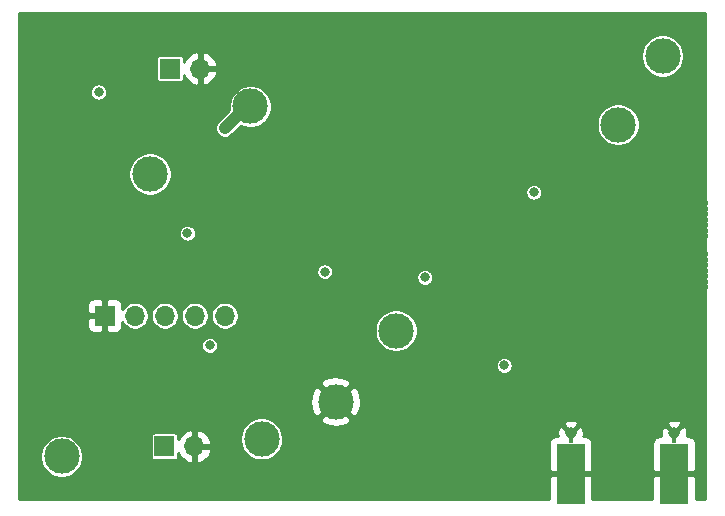
<source format=gbr>
%TF.GenerationSoftware,KiCad,Pcbnew,(5.1.8)-1*%
%TF.CreationDate,2021-01-15T16:44:41+01:00*%
%TF.ProjectId,Ka-band-Mixer,4b612d62-616e-4642-9d4d-697865722e6b,rev?*%
%TF.SameCoordinates,Original*%
%TF.FileFunction,Copper,L4,Bot*%
%TF.FilePolarity,Positive*%
%FSLAX46Y46*%
G04 Gerber Fmt 4.6, Leading zero omitted, Abs format (unit mm)*
G04 Created by KiCad (PCBNEW (5.1.8)-1) date 2021-01-15 16:44:41*
%MOMM*%
%LPD*%
G01*
G04 APERTURE LIST*
%TA.AperFunction,ComponentPad*%
%ADD10C,0.600000*%
%TD*%
%TA.AperFunction,ComponentPad*%
%ADD11C,2.200000*%
%TD*%
%TA.AperFunction,ComponentPad*%
%ADD12C,0.500000*%
%TD*%
%TA.AperFunction,SMDPad,CuDef*%
%ADD13R,2.700000X2.700000*%
%TD*%
%TA.AperFunction,ComponentPad*%
%ADD14C,3.000000*%
%TD*%
%TA.AperFunction,SMDPad,CuDef*%
%ADD15R,0.460000X0.950000*%
%TD*%
%TA.AperFunction,ComponentPad*%
%ADD16C,0.970000*%
%TD*%
%TA.AperFunction,SMDPad,CuDef*%
%ADD17R,2.420000X5.080000*%
%TD*%
%TA.AperFunction,ComponentPad*%
%ADD18C,0.800000*%
%TD*%
%TA.AperFunction,ComponentPad*%
%ADD19O,1.700000X1.700000*%
%TD*%
%TA.AperFunction,ComponentPad*%
%ADD20R,1.700000X1.700000*%
%TD*%
%TA.AperFunction,ViaPad*%
%ADD21C,3.000000*%
%TD*%
%TA.AperFunction,ViaPad*%
%ADD22C,0.800000*%
%TD*%
%TA.AperFunction,ViaPad*%
%ADD23C,0.600000*%
%TD*%
%TA.AperFunction,ViaPad*%
%ADD24C,0.500000*%
%TD*%
%TA.AperFunction,Conductor*%
%ADD25C,1.000000*%
%TD*%
%TA.AperFunction,Conductor*%
%ADD26C,0.440000*%
%TD*%
%TA.AperFunction,Conductor*%
%ADD27C,0.254000*%
%TD*%
%TA.AperFunction,Conductor*%
%ADD28C,0.100000*%
%TD*%
G04 APERTURE END LIST*
D10*
%TO.P,J4,2*%
%TO.N,0*%
X143010000Y-98745001D03*
X143010000Y-99215001D03*
X143480000Y-98745001D03*
X143480000Y-99215001D03*
X143950000Y-98745001D03*
X143950000Y-99215001D03*
X144420000Y-98745001D03*
X144420000Y-99215001D03*
X144890000Y-98745001D03*
X144890000Y-99215001D03*
X145360000Y-98745001D03*
X145360000Y-99215001D03*
X145830000Y-98275001D03*
X145830000Y-98745001D03*
X145830000Y-99215001D03*
X146300000Y-97805001D03*
X146300000Y-98275001D03*
X146300000Y-98745001D03*
X146300000Y-99215001D03*
X146770000Y-97335001D03*
X146770000Y-97805001D03*
X146770000Y-98275001D03*
X146770000Y-98745001D03*
X146770000Y-99215001D03*
X147240000Y-96865001D03*
X147240000Y-97335001D03*
X147240000Y-97805001D03*
X147240000Y-98275001D03*
X147240000Y-98745001D03*
X147240000Y-99215001D03*
X147710000Y-99215001D03*
X147710000Y-98745001D03*
X147710000Y-98275001D03*
X147710000Y-97805001D03*
X147710000Y-97335001D03*
X147710000Y-96865001D03*
X143010000Y-100710001D03*
X143010000Y-101180001D03*
X143480000Y-100710001D03*
X143480000Y-101180001D03*
X143950000Y-100710001D03*
X143950000Y-101180001D03*
X144420000Y-100710001D03*
X144420000Y-101180001D03*
X144890000Y-100710001D03*
X144890000Y-101180001D03*
X145360000Y-100710001D03*
X145360000Y-101180001D03*
X145830000Y-100710001D03*
X145830000Y-101180001D03*
X145830000Y-101650001D03*
X146300000Y-100710001D03*
X146300000Y-101180001D03*
X146300000Y-101650001D03*
X146300000Y-102120001D03*
X146770000Y-100710001D03*
X146770000Y-101180001D03*
X146770000Y-101650001D03*
X146770000Y-102120001D03*
X146770000Y-102590001D03*
X147240000Y-100710001D03*
X147240000Y-101180001D03*
X147240000Y-101650001D03*
X147240000Y-102120001D03*
X147240000Y-102590001D03*
X147240000Y-103060001D03*
X147710000Y-100710001D03*
X147710000Y-101180001D03*
X147710000Y-101650001D03*
X147710000Y-102120001D03*
X147710000Y-102590001D03*
X147710000Y-103060001D03*
X147710000Y-103530001D03*
X147710000Y-96395001D03*
D11*
X145530000Y-95205001D03*
X145530000Y-104720001D03*
%TD*%
D12*
%TO.P,U6,11*%
%TO.N,0*%
X134735000Y-101715000D03*
X133235000Y-101715000D03*
X132735000Y-101215000D03*
X133735000Y-101215000D03*
X134735000Y-101215000D03*
X135235000Y-100715000D03*
X134235000Y-100715000D03*
X133235000Y-100715000D03*
X132735000Y-100215000D03*
X133735000Y-100215000D03*
X134735000Y-100215000D03*
X134235000Y-99715000D03*
X133235000Y-99715000D03*
X134735000Y-99215000D03*
X135235000Y-99215000D03*
X133735000Y-99215000D03*
X132735000Y-99215000D03*
X132735000Y-98715000D03*
D13*
X133735000Y-100215000D03*
%TD*%
D14*
%TO.P,TP2,1*%
%TO.N,0*%
X116450000Y-113200000D03*
%TD*%
D15*
%TO.P,J5,2*%
%TO.N,0*%
X145108440Y-116320420D03*
X136348440Y-116320420D03*
D16*
X145108440Y-115870420D03*
X136348440Y-115870420D03*
D17*
X145108440Y-119310420D03*
X136348440Y-119310420D03*
%TD*%
D12*
%TO.P,U7,13*%
%TO.N,0*%
X141230000Y-99460000D03*
X141230000Y-100460000D03*
X140230000Y-100460000D03*
X140230000Y-99460000D03*
X141580000Y-99110000D03*
X141580000Y-100810000D03*
X139880000Y-100810000D03*
X139880000Y-99110000D03*
X141230000Y-99960000D03*
X140730000Y-100460000D03*
X140730000Y-99460000D03*
X140230000Y-99960000D03*
X140730000Y-99960000D03*
%TD*%
D18*
%TO.P,U1,1*%
%TO.N,0*%
X109585000Y-100195000D03*
X109585000Y-97695000D03*
X107085000Y-97695000D03*
X107085000Y-100195000D03*
X107085000Y-98945000D03*
X108335000Y-97695000D03*
X109585000Y-98945000D03*
X108335000Y-100195000D03*
X108335000Y-98945000D03*
%TD*%
D14*
%TO.P,TP6,1*%
%TO.N,+3V3*%
X109235000Y-88215000D03*
%TD*%
%TO.P,TP5,1*%
%TO.N,+5VD*%
X121574560Y-107199080D03*
%TD*%
%TO.P,TP4,1*%
%TO.N,+5VA*%
X140370000Y-89760000D03*
%TD*%
%TO.P,TP3,1*%
%TO.N,+9V*%
X110180120Y-116363400D03*
%TD*%
%TO.P,TP1,1*%
%TO.N,Net-(R2-Pad1)*%
X100736400Y-93935200D03*
%TD*%
D19*
%TO.P,J1,5*%
%TO.N,Net-(J1-Pad5)*%
X107065000Y-105930000D03*
%TO.P,J1,4*%
%TO.N,Net-(J1-Pad4)*%
X104525000Y-105930000D03*
%TO.P,J1,3*%
%TO.N,Net-(J1-Pad3)*%
X101985000Y-105930000D03*
%TO.P,J1,2*%
%TO.N,Net-(J1-Pad2)*%
X99445000Y-105930000D03*
D20*
%TO.P,J1,1*%
%TO.N,0*%
X96905000Y-105930000D03*
%TD*%
D19*
%TO.P,J2,2*%
%TO.N,0*%
X104500000Y-116995000D03*
D20*
%TO.P,J2,1*%
%TO.N,+12V*%
X101960000Y-116995000D03*
%TD*%
D19*
%TO.P,J3,2*%
%TO.N,0*%
X104978200Y-85005600D03*
D20*
%TO.P,J3,1*%
%TO.N,+6V*%
X102438200Y-85005600D03*
%TD*%
D21*
%TO.N,*%
X144130000Y-83940000D03*
X93250000Y-117850000D03*
D22*
%TO.N,+3V3*%
X115535000Y-102215000D03*
X107065000Y-90055000D03*
X103890000Y-98945000D03*
X105795000Y-108455000D03*
%TO.N,CPout*%
X133235000Y-95480001D03*
X124010000Y-102680001D03*
%TO.N,0*%
X113010000Y-92680001D03*
D23*
X142760000Y-101680001D03*
X140670000Y-97800000D03*
X141140000Y-97800000D03*
D22*
X145108440Y-119080000D03*
X136348440Y-119080000D03*
D23*
X138790000Y-100705001D03*
X138790000Y-99210000D03*
X130100000Y-98760000D03*
X129630000Y-98760000D03*
X129160000Y-98760000D03*
D24*
X136085000Y-103250000D03*
X135285000Y-104000000D03*
D23*
X136900000Y-99210000D03*
X136910000Y-100705001D03*
X137380000Y-100705001D03*
X136910000Y-101175001D03*
X137380000Y-101175001D03*
X137850000Y-101175001D03*
X137850000Y-100705001D03*
X137840000Y-99210000D03*
X137370000Y-99210000D03*
X137840000Y-98740000D03*
X137370000Y-98740000D03*
X136900000Y-98740000D03*
X138320000Y-101175001D03*
X138320000Y-100705001D03*
X138310000Y-99210000D03*
X138310000Y-98740000D03*
X138790000Y-101175001D03*
X138790000Y-98740000D03*
X140000000Y-102450000D03*
X140000000Y-102920000D03*
X140000000Y-103390000D03*
X140000000Y-103860000D03*
X140000000Y-104330000D03*
X140000000Y-104800000D03*
X140000000Y-105270000D03*
X140000000Y-105740000D03*
X140000000Y-106210000D03*
X140000000Y-106680000D03*
X140000000Y-107620000D03*
X140000000Y-106680000D03*
X140000000Y-107150000D03*
X140000000Y-108090000D03*
X140000000Y-109030000D03*
X140000000Y-108560000D03*
X140000000Y-109500000D03*
X140000000Y-109970000D03*
X140000000Y-110440000D03*
X140000000Y-110910000D03*
X140000000Y-111380000D03*
X140000000Y-111850000D03*
X140000000Y-112320000D03*
X140000000Y-112790000D03*
X140000000Y-113260000D03*
X140000000Y-113730000D03*
X140000000Y-114200000D03*
X140000000Y-114670000D03*
X140000000Y-115610000D03*
X140000000Y-115140000D03*
X140000000Y-116080000D03*
X139530000Y-116080000D03*
X139530000Y-115610000D03*
X139530000Y-115140000D03*
X139530000Y-114670000D03*
X139530000Y-114200000D03*
X139530000Y-113260000D03*
X139530000Y-113730000D03*
X139530000Y-112790000D03*
X139530000Y-112320000D03*
X139530000Y-111850000D03*
X139530000Y-111380000D03*
X139530000Y-110910000D03*
X139530000Y-110440000D03*
X139530000Y-109500000D03*
X139530000Y-109970000D03*
X139530000Y-109030000D03*
X139530000Y-108560000D03*
X139530000Y-108090000D03*
X139530000Y-107620000D03*
X139530000Y-107150000D03*
X139530000Y-106680000D03*
X139530000Y-106210000D03*
X139530000Y-105740000D03*
X139530000Y-105270000D03*
X139530000Y-104800000D03*
X139530000Y-103860000D03*
X139530000Y-104330000D03*
X139530000Y-103390000D03*
X139530000Y-102920000D03*
X139530000Y-102450000D03*
X141460000Y-102450000D03*
X141930000Y-102450000D03*
X141460000Y-102920000D03*
X141460000Y-103390000D03*
X141460000Y-103860000D03*
X141460000Y-104330000D03*
X141460000Y-116080000D03*
X141930000Y-116080000D03*
X141460000Y-115610000D03*
X141460000Y-115140000D03*
X141460000Y-114670000D03*
X141460000Y-114200000D03*
X141460000Y-113730000D03*
X141460000Y-113260000D03*
X141460000Y-112790000D03*
X141460000Y-111850000D03*
X141460000Y-112320000D03*
X141460000Y-111380000D03*
X141460000Y-110440000D03*
X141460000Y-110910000D03*
X141460000Y-109970000D03*
X141460000Y-109500000D03*
X141460000Y-109030000D03*
X141460000Y-108560000D03*
X141460000Y-107620000D03*
X141460000Y-108090000D03*
X141460000Y-106680000D03*
X141460000Y-107150000D03*
X141460000Y-106210000D03*
X141460000Y-105740000D03*
X141460000Y-105270000D03*
X141460000Y-104800000D03*
X141930000Y-102920000D03*
X141930000Y-103390000D03*
X141930000Y-103860000D03*
X141930000Y-104330000D03*
X141930000Y-104800000D03*
X141930000Y-105270000D03*
X141930000Y-105740000D03*
X141930000Y-106210000D03*
X141930000Y-106680000D03*
X141930000Y-107150000D03*
X141930000Y-108090000D03*
X141930000Y-107620000D03*
X141930000Y-108560000D03*
X141930000Y-109030000D03*
X141930000Y-109500000D03*
X141930000Y-109970000D03*
X141930000Y-110440000D03*
X141930000Y-110910000D03*
X141930000Y-111380000D03*
X141930000Y-112320000D03*
X141930000Y-111850000D03*
X141930000Y-112790000D03*
X141930000Y-113260000D03*
X141930000Y-113730000D03*
X141930000Y-114200000D03*
X141930000Y-114670000D03*
X141930000Y-115140000D03*
X141930000Y-115610000D03*
D24*
X131885000Y-103250000D03*
X132635000Y-104000000D03*
D23*
X130570000Y-98760000D03*
X130570000Y-98290000D03*
X130100000Y-98290000D03*
X129630000Y-98290000D03*
X129160000Y-98290000D03*
X128690000Y-98290000D03*
X128690000Y-97820000D03*
X128220000Y-97820000D03*
X128220000Y-97350000D03*
X127750000Y-97350000D03*
X127280000Y-97350000D03*
X126810000Y-97350000D03*
X126340000Y-97350000D03*
X125870000Y-97350000D03*
X125870000Y-97350000D03*
X125400000Y-97350000D03*
X124930000Y-97350000D03*
X124930000Y-96880000D03*
X125400000Y-96880000D03*
X125870000Y-96880000D03*
X125870000Y-96880000D03*
X126340000Y-96880000D03*
X126810000Y-96880000D03*
X127280000Y-96880000D03*
X127750000Y-96880000D03*
X123520000Y-97350000D03*
X123520000Y-96880000D03*
X123050000Y-97350000D03*
X122580000Y-97350000D03*
X122110000Y-97350000D03*
X121640000Y-97350000D03*
X121640000Y-96880000D03*
X122110000Y-96880000D03*
X122580000Y-96880000D03*
X123050000Y-96880000D03*
X121170000Y-97350000D03*
X120700000Y-97350000D03*
X121170000Y-96880000D03*
X120700000Y-96880000D03*
X120230000Y-97350000D03*
X119760000Y-97350000D03*
X120230000Y-96880000D03*
X119760000Y-96880000D03*
X119290000Y-97350000D03*
X118820000Y-97350000D03*
X118350000Y-97350000D03*
X117880000Y-97350000D03*
X117410000Y-97350000D03*
X116940000Y-97350000D03*
X116470000Y-97350000D03*
X116000000Y-97350000D03*
X116000000Y-96880000D03*
X116470000Y-96880000D03*
X116940000Y-96880000D03*
X117410000Y-96880000D03*
X117880000Y-96880000D03*
X118350000Y-96880000D03*
X118820000Y-96880000D03*
X119290000Y-96880000D03*
X115530000Y-97350000D03*
X115060000Y-97350000D03*
X114590000Y-97350000D03*
X114120000Y-97350000D03*
X113650000Y-97350000D03*
X113180000Y-97350000D03*
X113180000Y-96880000D03*
X113650000Y-96880000D03*
X114120000Y-96880000D03*
X114590000Y-96880000D03*
X115060000Y-96880000D03*
X115530000Y-96880000D03*
X112240000Y-95940000D03*
X126810000Y-98960000D03*
X127280000Y-99430000D03*
X127750000Y-99900000D03*
X128220000Y-100370000D03*
X128690000Y-100370000D03*
X129160000Y-100370000D03*
X129630000Y-100370000D03*
X129630000Y-100840000D03*
X129160000Y-100840000D03*
X128690000Y-100840000D03*
X128220000Y-100840000D03*
X127750000Y-100370000D03*
X127280000Y-99900000D03*
X126810000Y-99430000D03*
X126340000Y-98960000D03*
X126340000Y-99430000D03*
X124930000Y-98960000D03*
X124930000Y-99430000D03*
X125400000Y-99430000D03*
X125400000Y-98960000D03*
X125870000Y-98960000D03*
X125870000Y-99430000D03*
X123520000Y-98960000D03*
X123050000Y-98960000D03*
X122580000Y-98960000D03*
X122110000Y-98960000D03*
X121640000Y-98960000D03*
X121170000Y-98960000D03*
X120700000Y-98960000D03*
X120230000Y-98960000D03*
X119760000Y-98960000D03*
X119290000Y-98960000D03*
X118820000Y-99060000D03*
X118350000Y-99060000D03*
X117880000Y-99060000D03*
X117410000Y-99060000D03*
X116940000Y-99060000D03*
X116470000Y-98960000D03*
X116000000Y-98960000D03*
X113180000Y-98960000D03*
X113650000Y-98960000D03*
X114120000Y-98960000D03*
X114590000Y-98960000D03*
X115060000Y-98960000D03*
X115530000Y-98960000D03*
X113180000Y-99430000D03*
X113650000Y-99430000D03*
X114120000Y-99430000D03*
X114590000Y-99430000D03*
X115060000Y-99430000D03*
X115530000Y-99430000D03*
X116000000Y-99430000D03*
X116470000Y-99430000D03*
X116940000Y-99530000D03*
X117410000Y-99530000D03*
X117880000Y-99530000D03*
X118350000Y-99530000D03*
X118820000Y-99530000D03*
X119290000Y-99430000D03*
X120230000Y-99430000D03*
X119760000Y-99430000D03*
X120700000Y-99430000D03*
X121170000Y-99430000D03*
X121640000Y-99430000D03*
X122110000Y-99430000D03*
X122580000Y-99430000D03*
X123050000Y-99430000D03*
X123520000Y-99430000D03*
D22*
X129735000Y-94215000D03*
X121159897Y-104357741D03*
X102235000Y-111215000D03*
X131102500Y-86347500D03*
X97235000Y-93215000D03*
X124735000Y-112715000D03*
D24*
X128485000Y-102965000D03*
X129485000Y-103965000D03*
X130485000Y-102965000D03*
X131772500Y-102177500D03*
X135665000Y-95105000D03*
X136645000Y-96025000D03*
X136685000Y-97045000D03*
D22*
X111565000Y-104635000D03*
X103275000Y-99985000D03*
X104565000Y-94375000D03*
X110690000Y-95975001D03*
D23*
X139060000Y-116550000D03*
X139060000Y-117020000D03*
X139060000Y-117490000D03*
X139060000Y-117960000D03*
X139060000Y-118430000D03*
X139060000Y-118900000D03*
X139060000Y-119370000D03*
X139060000Y-119840000D03*
X139060000Y-120310000D03*
X139060000Y-120780000D03*
X139060000Y-121250000D03*
X138590000Y-121250000D03*
X138590000Y-120780000D03*
X138590000Y-120310000D03*
X138590000Y-119840000D03*
X138590000Y-119370000D03*
X138590000Y-118900000D03*
X138590000Y-118430000D03*
X138590000Y-117960000D03*
X138590000Y-117490000D03*
X138590000Y-117020000D03*
X138590000Y-116550000D03*
X139060000Y-116080000D03*
X142400000Y-116080000D03*
X142400000Y-116550000D03*
X142870000Y-116550000D03*
X142400000Y-121250000D03*
X142400000Y-120780000D03*
X142400000Y-120310000D03*
X142400000Y-119840000D03*
X142400000Y-119370000D03*
X142400000Y-118900000D03*
X142400000Y-118430000D03*
X142400000Y-117960000D03*
X142400000Y-117490000D03*
X142400000Y-117020000D03*
X142870000Y-117020000D03*
X142870000Y-117490000D03*
X142870000Y-117960000D03*
X142870000Y-118430000D03*
X142870000Y-118900000D03*
X142870000Y-119370000D03*
X142870000Y-120310000D03*
X142870000Y-119840000D03*
X142870000Y-121250000D03*
X142870000Y-120780000D03*
X139260000Y-98270000D03*
X139730000Y-97800000D03*
X140200000Y-97800000D03*
X141610000Y-97800000D03*
X142080000Y-98270000D03*
X142520000Y-98740000D03*
X138790000Y-101675001D03*
X139040000Y-102175001D03*
X142510000Y-102180001D03*
D22*
X114560000Y-100230001D03*
D24*
X112287800Y-96516040D03*
X112623080Y-96907200D03*
X112602760Y-99538640D03*
D22*
%TO.N,+6V*%
X96393000Y-86999500D03*
X130720000Y-110145000D03*
%TD*%
D25*
%TO.N,+3V3*%
X107065000Y-90055000D02*
X109392240Y-87727760D01*
D26*
%TO.N,0*%
X145108440Y-115870420D02*
X144391120Y-115153100D01*
X145108440Y-115870420D02*
X145854160Y-115124700D01*
X136348440Y-115870420D02*
X135633200Y-115155180D01*
X136348440Y-115870420D02*
X137053060Y-115165800D01*
%TD*%
D27*
%TO.N,0*%
X147753001Y-121473000D02*
X146955998Y-121473000D01*
X146953440Y-119596170D01*
X146794690Y-119437420D01*
X145235440Y-119437420D01*
X145235440Y-119457420D01*
X144981440Y-119457420D01*
X144981440Y-119437420D01*
X143422190Y-119437420D01*
X143263440Y-119596170D01*
X143260882Y-121473000D01*
X138195998Y-121473000D01*
X138193440Y-119596170D01*
X138034690Y-119437420D01*
X136475440Y-119437420D01*
X136475440Y-119457420D01*
X136221440Y-119457420D01*
X136221440Y-119437420D01*
X134662190Y-119437420D01*
X134503440Y-119596170D01*
X134500882Y-121473000D01*
X89627000Y-121473000D01*
X89627000Y-117670056D01*
X91423000Y-117670056D01*
X91423000Y-118029944D01*
X91493211Y-118382916D01*
X91630934Y-118715409D01*
X91830876Y-119014645D01*
X92085355Y-119269124D01*
X92384591Y-119469066D01*
X92717084Y-119606789D01*
X93070056Y-119677000D01*
X93429944Y-119677000D01*
X93782916Y-119606789D01*
X94115409Y-119469066D01*
X94414645Y-119269124D01*
X94669124Y-119014645D01*
X94869066Y-118715409D01*
X95006789Y-118382916D01*
X95077000Y-118029944D01*
X95077000Y-117670056D01*
X95006789Y-117317084D01*
X94869066Y-116984591D01*
X94669124Y-116685355D01*
X94414645Y-116430876D01*
X94115409Y-116230934D01*
X93907946Y-116145000D01*
X100781418Y-116145000D01*
X100781418Y-117845000D01*
X100787732Y-117909103D01*
X100806430Y-117970743D01*
X100836794Y-118027550D01*
X100877657Y-118077343D01*
X100927450Y-118118206D01*
X100984257Y-118148570D01*
X101045897Y-118167268D01*
X101110000Y-118173582D01*
X102810000Y-118173582D01*
X102874103Y-118167268D01*
X102935743Y-118148570D01*
X102992550Y-118118206D01*
X103042343Y-118077343D01*
X103083206Y-118027550D01*
X103113570Y-117970743D01*
X103132268Y-117909103D01*
X103138582Y-117845000D01*
X103138582Y-117577592D01*
X103155843Y-117626252D01*
X103304822Y-117876355D01*
X103499731Y-118092588D01*
X103733080Y-118266641D01*
X103995901Y-118391825D01*
X104143110Y-118436476D01*
X104373000Y-118315155D01*
X104373000Y-117122000D01*
X104627000Y-117122000D01*
X104627000Y-118315155D01*
X104856890Y-118436476D01*
X105004099Y-118391825D01*
X105266920Y-118266641D01*
X105500269Y-118092588D01*
X105695178Y-117876355D01*
X105844157Y-117626252D01*
X105941481Y-117351891D01*
X105820814Y-117122000D01*
X104627000Y-117122000D01*
X104373000Y-117122000D01*
X104353000Y-117122000D01*
X104353000Y-116868000D01*
X104373000Y-116868000D01*
X104373000Y-115674845D01*
X104627000Y-115674845D01*
X104627000Y-116868000D01*
X105820814Y-116868000D01*
X105941481Y-116638109D01*
X105844157Y-116363748D01*
X105736763Y-116183456D01*
X108353120Y-116183456D01*
X108353120Y-116543344D01*
X108423331Y-116896316D01*
X108561054Y-117228809D01*
X108760996Y-117528045D01*
X109015475Y-117782524D01*
X109314711Y-117982466D01*
X109647204Y-118120189D01*
X110000176Y-118190400D01*
X110360064Y-118190400D01*
X110713036Y-118120189D01*
X111045529Y-117982466D01*
X111344765Y-117782524D01*
X111599244Y-117528045D01*
X111799186Y-117228809D01*
X111936909Y-116896316D01*
X111961951Y-116770420D01*
X134500368Y-116770420D01*
X134503440Y-119024670D01*
X134662190Y-119183420D01*
X136221440Y-119183420D01*
X136221440Y-119163420D01*
X136475440Y-119163420D01*
X136475440Y-119183420D01*
X138034690Y-119183420D01*
X138193440Y-119024670D01*
X138196512Y-116770420D01*
X143260368Y-116770420D01*
X143263440Y-119024670D01*
X143422190Y-119183420D01*
X144981440Y-119183420D01*
X144981440Y-119163420D01*
X145235440Y-119163420D01*
X145235440Y-119183420D01*
X146794690Y-119183420D01*
X146953440Y-119024670D01*
X146956512Y-116770420D01*
X146944252Y-116645938D01*
X146907942Y-116526240D01*
X146848977Y-116415926D01*
X146769625Y-116319235D01*
X146672934Y-116239883D01*
X146562620Y-116180918D01*
X146442922Y-116144608D01*
X146318440Y-116132348D01*
X146197426Y-116132750D01*
X146225421Y-116007975D01*
X146230795Y-115787419D01*
X146193036Y-115570053D01*
X146113598Y-115364231D01*
X146087756Y-115315886D01*
X145875856Y-115282609D01*
X145775135Y-115383330D01*
X145703488Y-115322089D01*
X145594377Y-115260927D01*
X145552087Y-115247168D01*
X145696251Y-115103004D01*
X145662974Y-114891104D01*
X145461264Y-114801737D01*
X145245995Y-114753439D01*
X145025439Y-114748065D01*
X144808073Y-114785824D01*
X144602251Y-114865262D01*
X144553906Y-114891104D01*
X144520629Y-115103004D01*
X144664793Y-115247168D01*
X144622503Y-115260927D01*
X144513392Y-115322089D01*
X144441745Y-115383330D01*
X144341024Y-115282609D01*
X144129124Y-115315886D01*
X144039757Y-115517596D01*
X143991459Y-115732865D01*
X143986085Y-115953421D01*
X144017235Y-116132743D01*
X143898440Y-116132348D01*
X143773958Y-116144608D01*
X143654260Y-116180918D01*
X143543946Y-116239883D01*
X143447255Y-116319235D01*
X143367903Y-116415926D01*
X143308938Y-116526240D01*
X143272628Y-116645938D01*
X143260368Y-116770420D01*
X138196512Y-116770420D01*
X138184252Y-116645938D01*
X138147942Y-116526240D01*
X138088977Y-116415926D01*
X138009625Y-116319235D01*
X137912934Y-116239883D01*
X137802620Y-116180918D01*
X137682922Y-116144608D01*
X137558440Y-116132348D01*
X137437426Y-116132750D01*
X137465421Y-116007975D01*
X137470795Y-115787419D01*
X137433036Y-115570053D01*
X137353598Y-115364231D01*
X137327756Y-115315886D01*
X137115856Y-115282609D01*
X137015135Y-115383330D01*
X136943488Y-115322089D01*
X136834377Y-115260927D01*
X136792087Y-115247168D01*
X136936251Y-115103004D01*
X136902974Y-114891104D01*
X136701264Y-114801737D01*
X136485995Y-114753439D01*
X136265439Y-114748065D01*
X136048073Y-114785824D01*
X135842251Y-114865262D01*
X135793906Y-114891104D01*
X135760629Y-115103004D01*
X135904793Y-115247168D01*
X135862503Y-115260927D01*
X135753392Y-115322089D01*
X135681745Y-115383330D01*
X135581024Y-115282609D01*
X135369124Y-115315886D01*
X135279757Y-115517596D01*
X135231459Y-115732865D01*
X135226085Y-115953421D01*
X135257235Y-116132743D01*
X135138440Y-116132348D01*
X135013958Y-116144608D01*
X134894260Y-116180918D01*
X134783946Y-116239883D01*
X134687255Y-116319235D01*
X134607903Y-116415926D01*
X134548938Y-116526240D01*
X134512628Y-116645938D01*
X134500368Y-116770420D01*
X111961951Y-116770420D01*
X112007120Y-116543344D01*
X112007120Y-116183456D01*
X111936909Y-115830484D01*
X111799186Y-115497991D01*
X111599244Y-115198755D01*
X111344765Y-114944276D01*
X111045529Y-114744334D01*
X110918346Y-114691653D01*
X115137952Y-114691653D01*
X115293962Y-115007214D01*
X115668745Y-115198020D01*
X116073551Y-115312044D01*
X116492824Y-115344902D01*
X116910451Y-115295334D01*
X117310383Y-115165243D01*
X117606038Y-115007214D01*
X117762048Y-114691653D01*
X116450000Y-113379605D01*
X115137952Y-114691653D01*
X110918346Y-114691653D01*
X110713036Y-114606611D01*
X110360064Y-114536400D01*
X110000176Y-114536400D01*
X109647204Y-114606611D01*
X109314711Y-114744334D01*
X109015475Y-114944276D01*
X108760996Y-115198755D01*
X108561054Y-115497991D01*
X108423331Y-115830484D01*
X108353120Y-116183456D01*
X105736763Y-116183456D01*
X105695178Y-116113645D01*
X105500269Y-115897412D01*
X105266920Y-115723359D01*
X105004099Y-115598175D01*
X104856890Y-115553524D01*
X104627000Y-115674845D01*
X104373000Y-115674845D01*
X104143110Y-115553524D01*
X103995901Y-115598175D01*
X103733080Y-115723359D01*
X103499731Y-115897412D01*
X103304822Y-116113645D01*
X103155843Y-116363748D01*
X103138582Y-116412408D01*
X103138582Y-116145000D01*
X103132268Y-116080897D01*
X103113570Y-116019257D01*
X103083206Y-115962450D01*
X103042343Y-115912657D01*
X102992550Y-115871794D01*
X102935743Y-115841430D01*
X102874103Y-115822732D01*
X102810000Y-115816418D01*
X101110000Y-115816418D01*
X101045897Y-115822732D01*
X100984257Y-115841430D01*
X100927450Y-115871794D01*
X100877657Y-115912657D01*
X100836794Y-115962450D01*
X100806430Y-116019257D01*
X100787732Y-116080897D01*
X100781418Y-116145000D01*
X93907946Y-116145000D01*
X93782916Y-116093211D01*
X93429944Y-116023000D01*
X93070056Y-116023000D01*
X92717084Y-116093211D01*
X92384591Y-116230934D01*
X92085355Y-116430876D01*
X91830876Y-116685355D01*
X91630934Y-116984591D01*
X91493211Y-117317084D01*
X91423000Y-117670056D01*
X89627000Y-117670056D01*
X89627000Y-113242824D01*
X114305098Y-113242824D01*
X114354666Y-113660451D01*
X114484757Y-114060383D01*
X114642786Y-114356038D01*
X114958347Y-114512048D01*
X116270395Y-113200000D01*
X116629605Y-113200000D01*
X117941653Y-114512048D01*
X118257214Y-114356038D01*
X118448020Y-113981255D01*
X118562044Y-113576449D01*
X118594902Y-113157176D01*
X118545334Y-112739549D01*
X118415243Y-112339617D01*
X118257214Y-112043962D01*
X117941653Y-111887952D01*
X116629605Y-113200000D01*
X116270395Y-113200000D01*
X114958347Y-111887952D01*
X114642786Y-112043962D01*
X114451980Y-112418745D01*
X114337956Y-112823551D01*
X114305098Y-113242824D01*
X89627000Y-113242824D01*
X89627000Y-111708347D01*
X115137952Y-111708347D01*
X116450000Y-113020395D01*
X117762048Y-111708347D01*
X117606038Y-111392786D01*
X117231255Y-111201980D01*
X116826449Y-111087956D01*
X116407176Y-111055098D01*
X115989549Y-111104666D01*
X115589617Y-111234757D01*
X115293962Y-111392786D01*
X115137952Y-111708347D01*
X89627000Y-111708347D01*
X89627000Y-110073397D01*
X129993000Y-110073397D01*
X129993000Y-110216603D01*
X130020938Y-110357058D01*
X130075741Y-110489364D01*
X130155302Y-110608436D01*
X130256564Y-110709698D01*
X130375636Y-110789259D01*
X130507942Y-110844062D01*
X130648397Y-110872000D01*
X130791603Y-110872000D01*
X130932058Y-110844062D01*
X131064364Y-110789259D01*
X131183436Y-110709698D01*
X131284698Y-110608436D01*
X131364259Y-110489364D01*
X131419062Y-110357058D01*
X131447000Y-110216603D01*
X131447000Y-110073397D01*
X131419062Y-109932942D01*
X131364259Y-109800636D01*
X131284698Y-109681564D01*
X131183436Y-109580302D01*
X131064364Y-109500741D01*
X130932058Y-109445938D01*
X130791603Y-109418000D01*
X130648397Y-109418000D01*
X130507942Y-109445938D01*
X130375636Y-109500741D01*
X130256564Y-109580302D01*
X130155302Y-109681564D01*
X130075741Y-109800636D01*
X130020938Y-109932942D01*
X129993000Y-110073397D01*
X89627000Y-110073397D01*
X89627000Y-108383397D01*
X105068000Y-108383397D01*
X105068000Y-108526603D01*
X105095938Y-108667058D01*
X105150741Y-108799364D01*
X105230302Y-108918436D01*
X105331564Y-109019698D01*
X105450636Y-109099259D01*
X105582942Y-109154062D01*
X105723397Y-109182000D01*
X105866603Y-109182000D01*
X106007058Y-109154062D01*
X106139364Y-109099259D01*
X106258436Y-109019698D01*
X106359698Y-108918436D01*
X106439259Y-108799364D01*
X106494062Y-108667058D01*
X106522000Y-108526603D01*
X106522000Y-108383397D01*
X106494062Y-108242942D01*
X106439259Y-108110636D01*
X106359698Y-107991564D01*
X106258436Y-107890302D01*
X106139364Y-107810741D01*
X106007058Y-107755938D01*
X105866603Y-107728000D01*
X105723397Y-107728000D01*
X105582942Y-107755938D01*
X105450636Y-107810741D01*
X105331564Y-107890302D01*
X105230302Y-107991564D01*
X105150741Y-108110636D01*
X105095938Y-108242942D01*
X105068000Y-108383397D01*
X89627000Y-108383397D01*
X89627000Y-106780000D01*
X95416928Y-106780000D01*
X95429188Y-106904482D01*
X95465498Y-107024180D01*
X95524463Y-107134494D01*
X95603815Y-107231185D01*
X95700506Y-107310537D01*
X95810820Y-107369502D01*
X95930518Y-107405812D01*
X96055000Y-107418072D01*
X96619250Y-107415000D01*
X96778000Y-107256250D01*
X96778000Y-106057000D01*
X95578750Y-106057000D01*
X95420000Y-106215750D01*
X95416928Y-106780000D01*
X89627000Y-106780000D01*
X89627000Y-105080000D01*
X95416928Y-105080000D01*
X95420000Y-105644250D01*
X95578750Y-105803000D01*
X96778000Y-105803000D01*
X96778000Y-104603750D01*
X97032000Y-104603750D01*
X97032000Y-105803000D01*
X97052000Y-105803000D01*
X97052000Y-106057000D01*
X97032000Y-106057000D01*
X97032000Y-107256250D01*
X97190750Y-107415000D01*
X97755000Y-107418072D01*
X97879482Y-107405812D01*
X97999180Y-107369502D01*
X98109494Y-107310537D01*
X98206185Y-107231185D01*
X98285537Y-107134494D01*
X98344502Y-107024180D01*
X98380812Y-106904482D01*
X98393072Y-106780000D01*
X98391340Y-106461890D01*
X98401956Y-106487519D01*
X98530764Y-106680294D01*
X98694706Y-106844236D01*
X98887481Y-106973044D01*
X99101682Y-107061769D01*
X99329076Y-107107000D01*
X99560924Y-107107000D01*
X99788318Y-107061769D01*
X100002519Y-106973044D01*
X100195294Y-106844236D01*
X100359236Y-106680294D01*
X100488044Y-106487519D01*
X100576769Y-106273318D01*
X100622000Y-106045924D01*
X100622000Y-105814076D01*
X100808000Y-105814076D01*
X100808000Y-106045924D01*
X100853231Y-106273318D01*
X100941956Y-106487519D01*
X101070764Y-106680294D01*
X101234706Y-106844236D01*
X101427481Y-106973044D01*
X101641682Y-107061769D01*
X101869076Y-107107000D01*
X102100924Y-107107000D01*
X102328318Y-107061769D01*
X102542519Y-106973044D01*
X102735294Y-106844236D01*
X102899236Y-106680294D01*
X103028044Y-106487519D01*
X103116769Y-106273318D01*
X103162000Y-106045924D01*
X103162000Y-105814076D01*
X103348000Y-105814076D01*
X103348000Y-106045924D01*
X103393231Y-106273318D01*
X103481956Y-106487519D01*
X103610764Y-106680294D01*
X103774706Y-106844236D01*
X103967481Y-106973044D01*
X104181682Y-107061769D01*
X104409076Y-107107000D01*
X104640924Y-107107000D01*
X104868318Y-107061769D01*
X105082519Y-106973044D01*
X105275294Y-106844236D01*
X105439236Y-106680294D01*
X105568044Y-106487519D01*
X105656769Y-106273318D01*
X105702000Y-106045924D01*
X105702000Y-105814076D01*
X105888000Y-105814076D01*
X105888000Y-106045924D01*
X105933231Y-106273318D01*
X106021956Y-106487519D01*
X106150764Y-106680294D01*
X106314706Y-106844236D01*
X106507481Y-106973044D01*
X106721682Y-107061769D01*
X106949076Y-107107000D01*
X107180924Y-107107000D01*
X107408318Y-107061769D01*
X107511243Y-107019136D01*
X119747560Y-107019136D01*
X119747560Y-107379024D01*
X119817771Y-107731996D01*
X119955494Y-108064489D01*
X120155436Y-108363725D01*
X120409915Y-108618204D01*
X120709151Y-108818146D01*
X121041644Y-108955869D01*
X121394616Y-109026080D01*
X121754504Y-109026080D01*
X122107476Y-108955869D01*
X122439969Y-108818146D01*
X122739205Y-108618204D01*
X122993684Y-108363725D01*
X123193626Y-108064489D01*
X123331349Y-107731996D01*
X123401560Y-107379024D01*
X123401560Y-107019136D01*
X123331349Y-106666164D01*
X123193626Y-106333671D01*
X122993684Y-106034435D01*
X122739205Y-105779956D01*
X122439969Y-105580014D01*
X122107476Y-105442291D01*
X121754504Y-105372080D01*
X121394616Y-105372080D01*
X121041644Y-105442291D01*
X120709151Y-105580014D01*
X120409915Y-105779956D01*
X120155436Y-106034435D01*
X119955494Y-106333671D01*
X119817771Y-106666164D01*
X119747560Y-107019136D01*
X107511243Y-107019136D01*
X107622519Y-106973044D01*
X107815294Y-106844236D01*
X107979236Y-106680294D01*
X108108044Y-106487519D01*
X108196769Y-106273318D01*
X108242000Y-106045924D01*
X108242000Y-105814076D01*
X108196769Y-105586682D01*
X108108044Y-105372481D01*
X107979236Y-105179706D01*
X107815294Y-105015764D01*
X107622519Y-104886956D01*
X107408318Y-104798231D01*
X107180924Y-104753000D01*
X106949076Y-104753000D01*
X106721682Y-104798231D01*
X106507481Y-104886956D01*
X106314706Y-105015764D01*
X106150764Y-105179706D01*
X106021956Y-105372481D01*
X105933231Y-105586682D01*
X105888000Y-105814076D01*
X105702000Y-105814076D01*
X105656769Y-105586682D01*
X105568044Y-105372481D01*
X105439236Y-105179706D01*
X105275294Y-105015764D01*
X105082519Y-104886956D01*
X104868318Y-104798231D01*
X104640924Y-104753000D01*
X104409076Y-104753000D01*
X104181682Y-104798231D01*
X103967481Y-104886956D01*
X103774706Y-105015764D01*
X103610764Y-105179706D01*
X103481956Y-105372481D01*
X103393231Y-105586682D01*
X103348000Y-105814076D01*
X103162000Y-105814076D01*
X103116769Y-105586682D01*
X103028044Y-105372481D01*
X102899236Y-105179706D01*
X102735294Y-105015764D01*
X102542519Y-104886956D01*
X102328318Y-104798231D01*
X102100924Y-104753000D01*
X101869076Y-104753000D01*
X101641682Y-104798231D01*
X101427481Y-104886956D01*
X101234706Y-105015764D01*
X101070764Y-105179706D01*
X100941956Y-105372481D01*
X100853231Y-105586682D01*
X100808000Y-105814076D01*
X100622000Y-105814076D01*
X100576769Y-105586682D01*
X100488044Y-105372481D01*
X100359236Y-105179706D01*
X100195294Y-105015764D01*
X100002519Y-104886956D01*
X99788318Y-104798231D01*
X99560924Y-104753000D01*
X99329076Y-104753000D01*
X99101682Y-104798231D01*
X98887481Y-104886956D01*
X98694706Y-105015764D01*
X98530764Y-105179706D01*
X98401956Y-105372481D01*
X98391340Y-105398110D01*
X98393072Y-105080000D01*
X98380812Y-104955518D01*
X98344502Y-104835820D01*
X98285537Y-104725506D01*
X98206185Y-104628815D01*
X98109494Y-104549463D01*
X97999180Y-104490498D01*
X97879482Y-104454188D01*
X97755000Y-104441928D01*
X97190750Y-104445000D01*
X97032000Y-104603750D01*
X96778000Y-104603750D01*
X96619250Y-104445000D01*
X96055000Y-104441928D01*
X95930518Y-104454188D01*
X95810820Y-104490498D01*
X95700506Y-104549463D01*
X95603815Y-104628815D01*
X95524463Y-104725506D01*
X95465498Y-104835820D01*
X95429188Y-104955518D01*
X95416928Y-105080000D01*
X89627000Y-105080000D01*
X89627000Y-102143397D01*
X114808000Y-102143397D01*
X114808000Y-102286603D01*
X114835938Y-102427058D01*
X114890741Y-102559364D01*
X114970302Y-102678436D01*
X115071564Y-102779698D01*
X115190636Y-102859259D01*
X115322942Y-102914062D01*
X115463397Y-102942000D01*
X115606603Y-102942000D01*
X115747058Y-102914062D01*
X115879364Y-102859259D01*
X115998436Y-102779698D01*
X116099698Y-102678436D01*
X116146495Y-102608398D01*
X123283000Y-102608398D01*
X123283000Y-102751604D01*
X123310938Y-102892059D01*
X123365741Y-103024365D01*
X123445302Y-103143437D01*
X123546564Y-103244699D01*
X123665636Y-103324260D01*
X123797942Y-103379063D01*
X123938397Y-103407001D01*
X124081603Y-103407001D01*
X124222058Y-103379063D01*
X124354364Y-103324260D01*
X124473436Y-103244699D01*
X124574698Y-103143437D01*
X124654259Y-103024365D01*
X124709062Y-102892059D01*
X124737000Y-102751604D01*
X124737000Y-102608398D01*
X124709062Y-102467943D01*
X124654259Y-102335637D01*
X124574698Y-102216565D01*
X124473436Y-102115303D01*
X124354364Y-102035742D01*
X124222058Y-101980939D01*
X124081603Y-101953001D01*
X123938397Y-101953001D01*
X123797942Y-101980939D01*
X123665636Y-102035742D01*
X123546564Y-102115303D01*
X123445302Y-102216565D01*
X123365741Y-102335637D01*
X123310938Y-102467943D01*
X123283000Y-102608398D01*
X116146495Y-102608398D01*
X116179259Y-102559364D01*
X116234062Y-102427058D01*
X116262000Y-102286603D01*
X116262000Y-102143397D01*
X116234062Y-102002942D01*
X116179259Y-101870636D01*
X116099698Y-101751564D01*
X115998436Y-101650302D01*
X115879364Y-101570741D01*
X115747058Y-101515938D01*
X115606603Y-101488000D01*
X115463397Y-101488000D01*
X115322942Y-101515938D01*
X115190636Y-101570741D01*
X115071564Y-101650302D01*
X114970302Y-101751564D01*
X114890741Y-101870636D01*
X114835938Y-102002942D01*
X114808000Y-102143397D01*
X89627000Y-102143397D01*
X89627000Y-98873397D01*
X103163000Y-98873397D01*
X103163000Y-99016603D01*
X103190938Y-99157058D01*
X103245741Y-99289364D01*
X103325302Y-99408436D01*
X103426564Y-99509698D01*
X103545636Y-99589259D01*
X103677942Y-99644062D01*
X103818397Y-99672000D01*
X103961603Y-99672000D01*
X104102058Y-99644062D01*
X104234364Y-99589259D01*
X104353436Y-99509698D01*
X104454698Y-99408436D01*
X104534259Y-99289364D01*
X104589062Y-99157058D01*
X104617000Y-99016603D01*
X104617000Y-98873397D01*
X104589062Y-98732942D01*
X104534259Y-98600636D01*
X104454698Y-98481564D01*
X104353436Y-98380302D01*
X104234364Y-98300741D01*
X104102058Y-98245938D01*
X103961603Y-98218000D01*
X103818397Y-98218000D01*
X103677942Y-98245938D01*
X103545636Y-98300741D01*
X103426564Y-98380302D01*
X103325302Y-98481564D01*
X103245741Y-98600636D01*
X103190938Y-98732942D01*
X103163000Y-98873397D01*
X89627000Y-98873397D01*
X89627000Y-93755256D01*
X98909400Y-93755256D01*
X98909400Y-94115144D01*
X98979611Y-94468116D01*
X99117334Y-94800609D01*
X99317276Y-95099845D01*
X99571755Y-95354324D01*
X99870991Y-95554266D01*
X100203484Y-95691989D01*
X100556456Y-95762200D01*
X100916344Y-95762200D01*
X101269316Y-95691989D01*
X101601809Y-95554266D01*
X101820117Y-95408398D01*
X132508000Y-95408398D01*
X132508000Y-95551604D01*
X132535938Y-95692059D01*
X132590741Y-95824365D01*
X132670302Y-95943437D01*
X132771564Y-96044699D01*
X132890636Y-96124260D01*
X133022942Y-96179063D01*
X133163397Y-96207001D01*
X133306603Y-96207001D01*
X133447058Y-96179063D01*
X133579364Y-96124260D01*
X133698436Y-96044699D01*
X133799698Y-95943437D01*
X133879259Y-95824365D01*
X133934062Y-95692059D01*
X133962000Y-95551604D01*
X133962000Y-95408398D01*
X133934062Y-95267943D01*
X133879259Y-95135637D01*
X133799698Y-95016565D01*
X133698436Y-94915303D01*
X133579364Y-94835742D01*
X133447058Y-94780939D01*
X133306603Y-94753001D01*
X133163397Y-94753001D01*
X133022942Y-94780939D01*
X132890636Y-94835742D01*
X132771564Y-94915303D01*
X132670302Y-95016565D01*
X132590741Y-95135637D01*
X132535938Y-95267943D01*
X132508000Y-95408398D01*
X101820117Y-95408398D01*
X101901045Y-95354324D01*
X102155524Y-95099845D01*
X102355466Y-94800609D01*
X102493189Y-94468116D01*
X102563400Y-94115144D01*
X102563400Y-93755256D01*
X102493189Y-93402284D01*
X102355466Y-93069791D01*
X102155524Y-92770555D01*
X101901045Y-92516076D01*
X101601809Y-92316134D01*
X101269316Y-92178411D01*
X100916344Y-92108200D01*
X100556456Y-92108200D01*
X100203484Y-92178411D01*
X99870991Y-92316134D01*
X99571755Y-92516076D01*
X99317276Y-92770555D01*
X99117334Y-93069791D01*
X98979611Y-93402284D01*
X98909400Y-93755256D01*
X89627000Y-93755256D01*
X89627000Y-90055000D01*
X106234000Y-90055000D01*
X106249967Y-90217120D01*
X106297256Y-90373010D01*
X106374048Y-90516679D01*
X106477394Y-90642606D01*
X106603321Y-90745952D01*
X106746990Y-90822744D01*
X106902880Y-90870033D01*
X107065000Y-90886000D01*
X107227120Y-90870033D01*
X107383010Y-90822744D01*
X107526679Y-90745952D01*
X107621051Y-90668502D01*
X108430329Y-89859225D01*
X108702084Y-89971789D01*
X109055056Y-90042000D01*
X109414944Y-90042000D01*
X109767916Y-89971789D01*
X110100409Y-89834066D01*
X110399645Y-89634124D01*
X110453713Y-89580056D01*
X138543000Y-89580056D01*
X138543000Y-89939944D01*
X138613211Y-90292916D01*
X138750934Y-90625409D01*
X138950876Y-90924645D01*
X139205355Y-91179124D01*
X139504591Y-91379066D01*
X139837084Y-91516789D01*
X140190056Y-91587000D01*
X140549944Y-91587000D01*
X140902916Y-91516789D01*
X141235409Y-91379066D01*
X141534645Y-91179124D01*
X141789124Y-90924645D01*
X141989066Y-90625409D01*
X142126789Y-90292916D01*
X142197000Y-89939944D01*
X142197000Y-89580056D01*
X142126789Y-89227084D01*
X141989066Y-88894591D01*
X141789124Y-88595355D01*
X141534645Y-88340876D01*
X141235409Y-88140934D01*
X140902916Y-88003211D01*
X140549944Y-87933000D01*
X140190056Y-87933000D01*
X139837084Y-88003211D01*
X139504591Y-88140934D01*
X139205355Y-88340876D01*
X138950876Y-88595355D01*
X138750934Y-88894591D01*
X138613211Y-89227084D01*
X138543000Y-89580056D01*
X110453713Y-89580056D01*
X110654124Y-89379645D01*
X110854066Y-89080409D01*
X110991789Y-88747916D01*
X111062000Y-88394944D01*
X111062000Y-88035056D01*
X110991789Y-87682084D01*
X110854066Y-87349591D01*
X110654124Y-87050355D01*
X110399645Y-86795876D01*
X110100409Y-86595934D01*
X109767916Y-86458211D01*
X109414944Y-86388000D01*
X109055056Y-86388000D01*
X108702084Y-86458211D01*
X108369591Y-86595934D01*
X108070355Y-86795876D01*
X107815876Y-87050355D01*
X107615934Y-87349591D01*
X107478211Y-87682084D01*
X107408000Y-88035056D01*
X107408000Y-88394944D01*
X107432472Y-88517974D01*
X106451498Y-89498949D01*
X106374048Y-89593321D01*
X106297256Y-89736990D01*
X106249967Y-89892880D01*
X106234000Y-90055000D01*
X89627000Y-90055000D01*
X89627000Y-86927897D01*
X95666000Y-86927897D01*
X95666000Y-87071103D01*
X95693938Y-87211558D01*
X95748741Y-87343864D01*
X95828302Y-87462936D01*
X95929564Y-87564198D01*
X96048636Y-87643759D01*
X96180942Y-87698562D01*
X96321397Y-87726500D01*
X96464603Y-87726500D01*
X96605058Y-87698562D01*
X96737364Y-87643759D01*
X96856436Y-87564198D01*
X96957698Y-87462936D01*
X97037259Y-87343864D01*
X97092062Y-87211558D01*
X97120000Y-87071103D01*
X97120000Y-86927897D01*
X97092062Y-86787442D01*
X97037259Y-86655136D01*
X96957698Y-86536064D01*
X96856436Y-86434802D01*
X96737364Y-86355241D01*
X96605058Y-86300438D01*
X96464603Y-86272500D01*
X96321397Y-86272500D01*
X96180942Y-86300438D01*
X96048636Y-86355241D01*
X95929564Y-86434802D01*
X95828302Y-86536064D01*
X95748741Y-86655136D01*
X95693938Y-86787442D01*
X95666000Y-86927897D01*
X89627000Y-86927897D01*
X89627000Y-84155600D01*
X101259618Y-84155600D01*
X101259618Y-85855600D01*
X101265932Y-85919703D01*
X101284630Y-85981343D01*
X101314994Y-86038150D01*
X101355857Y-86087943D01*
X101405650Y-86128806D01*
X101462457Y-86159170D01*
X101524097Y-86177868D01*
X101588200Y-86184182D01*
X103288200Y-86184182D01*
X103352303Y-86177868D01*
X103413943Y-86159170D01*
X103470750Y-86128806D01*
X103520543Y-86087943D01*
X103561406Y-86038150D01*
X103591770Y-85981343D01*
X103610468Y-85919703D01*
X103616782Y-85855600D01*
X103616782Y-85588192D01*
X103634043Y-85636852D01*
X103783022Y-85886955D01*
X103977931Y-86103188D01*
X104211280Y-86277241D01*
X104474101Y-86402425D01*
X104621310Y-86447076D01*
X104851200Y-86325755D01*
X104851200Y-85132600D01*
X105105200Y-85132600D01*
X105105200Y-86325755D01*
X105335090Y-86447076D01*
X105482299Y-86402425D01*
X105745120Y-86277241D01*
X105978469Y-86103188D01*
X106173378Y-85886955D01*
X106322357Y-85636852D01*
X106419681Y-85362491D01*
X106299014Y-85132600D01*
X105105200Y-85132600D01*
X104851200Y-85132600D01*
X104831200Y-85132600D01*
X104831200Y-84878600D01*
X104851200Y-84878600D01*
X104851200Y-83685445D01*
X105105200Y-83685445D01*
X105105200Y-84878600D01*
X106299014Y-84878600D01*
X106419681Y-84648709D01*
X106322357Y-84374348D01*
X106173378Y-84124245D01*
X105978469Y-83908012D01*
X105780108Y-83760056D01*
X142303000Y-83760056D01*
X142303000Y-84119944D01*
X142373211Y-84472916D01*
X142510934Y-84805409D01*
X142710876Y-85104645D01*
X142965355Y-85359124D01*
X143264591Y-85559066D01*
X143597084Y-85696789D01*
X143950056Y-85767000D01*
X144309944Y-85767000D01*
X144662916Y-85696789D01*
X144995409Y-85559066D01*
X145294645Y-85359124D01*
X145549124Y-85104645D01*
X145749066Y-84805409D01*
X145886789Y-84472916D01*
X145957000Y-84119944D01*
X145957000Y-83760056D01*
X145886789Y-83407084D01*
X145749066Y-83074591D01*
X145549124Y-82775355D01*
X145294645Y-82520876D01*
X144995409Y-82320934D01*
X144662916Y-82183211D01*
X144309944Y-82113000D01*
X143950056Y-82113000D01*
X143597084Y-82183211D01*
X143264591Y-82320934D01*
X142965355Y-82520876D01*
X142710876Y-82775355D01*
X142510934Y-83074591D01*
X142373211Y-83407084D01*
X142303000Y-83760056D01*
X105780108Y-83760056D01*
X105745120Y-83733959D01*
X105482299Y-83608775D01*
X105335090Y-83564124D01*
X105105200Y-83685445D01*
X104851200Y-83685445D01*
X104621310Y-83564124D01*
X104474101Y-83608775D01*
X104211280Y-83733959D01*
X103977931Y-83908012D01*
X103783022Y-84124245D01*
X103634043Y-84374348D01*
X103616782Y-84423008D01*
X103616782Y-84155600D01*
X103610468Y-84091497D01*
X103591770Y-84029857D01*
X103561406Y-83973050D01*
X103520543Y-83923257D01*
X103470750Y-83882394D01*
X103413943Y-83852030D01*
X103352303Y-83833332D01*
X103288200Y-83827018D01*
X101588200Y-83827018D01*
X101524097Y-83833332D01*
X101462457Y-83852030D01*
X101405650Y-83882394D01*
X101355857Y-83923257D01*
X101314994Y-83973050D01*
X101284630Y-84029857D01*
X101265932Y-84091497D01*
X101259618Y-84155600D01*
X89627000Y-84155600D01*
X89627000Y-80317000D01*
X147753000Y-80317000D01*
X147753001Y-121473000D01*
%TA.AperFunction,Conductor*%
D28*
G36*
X147753001Y-121473000D02*
G01*
X146955998Y-121473000D01*
X146953440Y-119596170D01*
X146794690Y-119437420D01*
X145235440Y-119437420D01*
X145235440Y-119457420D01*
X144981440Y-119457420D01*
X144981440Y-119437420D01*
X143422190Y-119437420D01*
X143263440Y-119596170D01*
X143260882Y-121473000D01*
X138195998Y-121473000D01*
X138193440Y-119596170D01*
X138034690Y-119437420D01*
X136475440Y-119437420D01*
X136475440Y-119457420D01*
X136221440Y-119457420D01*
X136221440Y-119437420D01*
X134662190Y-119437420D01*
X134503440Y-119596170D01*
X134500882Y-121473000D01*
X89627000Y-121473000D01*
X89627000Y-117670056D01*
X91423000Y-117670056D01*
X91423000Y-118029944D01*
X91493211Y-118382916D01*
X91630934Y-118715409D01*
X91830876Y-119014645D01*
X92085355Y-119269124D01*
X92384591Y-119469066D01*
X92717084Y-119606789D01*
X93070056Y-119677000D01*
X93429944Y-119677000D01*
X93782916Y-119606789D01*
X94115409Y-119469066D01*
X94414645Y-119269124D01*
X94669124Y-119014645D01*
X94869066Y-118715409D01*
X95006789Y-118382916D01*
X95077000Y-118029944D01*
X95077000Y-117670056D01*
X95006789Y-117317084D01*
X94869066Y-116984591D01*
X94669124Y-116685355D01*
X94414645Y-116430876D01*
X94115409Y-116230934D01*
X93907946Y-116145000D01*
X100781418Y-116145000D01*
X100781418Y-117845000D01*
X100787732Y-117909103D01*
X100806430Y-117970743D01*
X100836794Y-118027550D01*
X100877657Y-118077343D01*
X100927450Y-118118206D01*
X100984257Y-118148570D01*
X101045897Y-118167268D01*
X101110000Y-118173582D01*
X102810000Y-118173582D01*
X102874103Y-118167268D01*
X102935743Y-118148570D01*
X102992550Y-118118206D01*
X103042343Y-118077343D01*
X103083206Y-118027550D01*
X103113570Y-117970743D01*
X103132268Y-117909103D01*
X103138582Y-117845000D01*
X103138582Y-117577592D01*
X103155843Y-117626252D01*
X103304822Y-117876355D01*
X103499731Y-118092588D01*
X103733080Y-118266641D01*
X103995901Y-118391825D01*
X104143110Y-118436476D01*
X104373000Y-118315155D01*
X104373000Y-117122000D01*
X104627000Y-117122000D01*
X104627000Y-118315155D01*
X104856890Y-118436476D01*
X105004099Y-118391825D01*
X105266920Y-118266641D01*
X105500269Y-118092588D01*
X105695178Y-117876355D01*
X105844157Y-117626252D01*
X105941481Y-117351891D01*
X105820814Y-117122000D01*
X104627000Y-117122000D01*
X104373000Y-117122000D01*
X104353000Y-117122000D01*
X104353000Y-116868000D01*
X104373000Y-116868000D01*
X104373000Y-115674845D01*
X104627000Y-115674845D01*
X104627000Y-116868000D01*
X105820814Y-116868000D01*
X105941481Y-116638109D01*
X105844157Y-116363748D01*
X105736763Y-116183456D01*
X108353120Y-116183456D01*
X108353120Y-116543344D01*
X108423331Y-116896316D01*
X108561054Y-117228809D01*
X108760996Y-117528045D01*
X109015475Y-117782524D01*
X109314711Y-117982466D01*
X109647204Y-118120189D01*
X110000176Y-118190400D01*
X110360064Y-118190400D01*
X110713036Y-118120189D01*
X111045529Y-117982466D01*
X111344765Y-117782524D01*
X111599244Y-117528045D01*
X111799186Y-117228809D01*
X111936909Y-116896316D01*
X111961951Y-116770420D01*
X134500368Y-116770420D01*
X134503440Y-119024670D01*
X134662190Y-119183420D01*
X136221440Y-119183420D01*
X136221440Y-119163420D01*
X136475440Y-119163420D01*
X136475440Y-119183420D01*
X138034690Y-119183420D01*
X138193440Y-119024670D01*
X138196512Y-116770420D01*
X143260368Y-116770420D01*
X143263440Y-119024670D01*
X143422190Y-119183420D01*
X144981440Y-119183420D01*
X144981440Y-119163420D01*
X145235440Y-119163420D01*
X145235440Y-119183420D01*
X146794690Y-119183420D01*
X146953440Y-119024670D01*
X146956512Y-116770420D01*
X146944252Y-116645938D01*
X146907942Y-116526240D01*
X146848977Y-116415926D01*
X146769625Y-116319235D01*
X146672934Y-116239883D01*
X146562620Y-116180918D01*
X146442922Y-116144608D01*
X146318440Y-116132348D01*
X146197426Y-116132750D01*
X146225421Y-116007975D01*
X146230795Y-115787419D01*
X146193036Y-115570053D01*
X146113598Y-115364231D01*
X146087756Y-115315886D01*
X145875856Y-115282609D01*
X145775135Y-115383330D01*
X145703488Y-115322089D01*
X145594377Y-115260927D01*
X145552087Y-115247168D01*
X145696251Y-115103004D01*
X145662974Y-114891104D01*
X145461264Y-114801737D01*
X145245995Y-114753439D01*
X145025439Y-114748065D01*
X144808073Y-114785824D01*
X144602251Y-114865262D01*
X144553906Y-114891104D01*
X144520629Y-115103004D01*
X144664793Y-115247168D01*
X144622503Y-115260927D01*
X144513392Y-115322089D01*
X144441745Y-115383330D01*
X144341024Y-115282609D01*
X144129124Y-115315886D01*
X144039757Y-115517596D01*
X143991459Y-115732865D01*
X143986085Y-115953421D01*
X144017235Y-116132743D01*
X143898440Y-116132348D01*
X143773958Y-116144608D01*
X143654260Y-116180918D01*
X143543946Y-116239883D01*
X143447255Y-116319235D01*
X143367903Y-116415926D01*
X143308938Y-116526240D01*
X143272628Y-116645938D01*
X143260368Y-116770420D01*
X138196512Y-116770420D01*
X138184252Y-116645938D01*
X138147942Y-116526240D01*
X138088977Y-116415926D01*
X138009625Y-116319235D01*
X137912934Y-116239883D01*
X137802620Y-116180918D01*
X137682922Y-116144608D01*
X137558440Y-116132348D01*
X137437426Y-116132750D01*
X137465421Y-116007975D01*
X137470795Y-115787419D01*
X137433036Y-115570053D01*
X137353598Y-115364231D01*
X137327756Y-115315886D01*
X137115856Y-115282609D01*
X137015135Y-115383330D01*
X136943488Y-115322089D01*
X136834377Y-115260927D01*
X136792087Y-115247168D01*
X136936251Y-115103004D01*
X136902974Y-114891104D01*
X136701264Y-114801737D01*
X136485995Y-114753439D01*
X136265439Y-114748065D01*
X136048073Y-114785824D01*
X135842251Y-114865262D01*
X135793906Y-114891104D01*
X135760629Y-115103004D01*
X135904793Y-115247168D01*
X135862503Y-115260927D01*
X135753392Y-115322089D01*
X135681745Y-115383330D01*
X135581024Y-115282609D01*
X135369124Y-115315886D01*
X135279757Y-115517596D01*
X135231459Y-115732865D01*
X135226085Y-115953421D01*
X135257235Y-116132743D01*
X135138440Y-116132348D01*
X135013958Y-116144608D01*
X134894260Y-116180918D01*
X134783946Y-116239883D01*
X134687255Y-116319235D01*
X134607903Y-116415926D01*
X134548938Y-116526240D01*
X134512628Y-116645938D01*
X134500368Y-116770420D01*
X111961951Y-116770420D01*
X112007120Y-116543344D01*
X112007120Y-116183456D01*
X111936909Y-115830484D01*
X111799186Y-115497991D01*
X111599244Y-115198755D01*
X111344765Y-114944276D01*
X111045529Y-114744334D01*
X110918346Y-114691653D01*
X115137952Y-114691653D01*
X115293962Y-115007214D01*
X115668745Y-115198020D01*
X116073551Y-115312044D01*
X116492824Y-115344902D01*
X116910451Y-115295334D01*
X117310383Y-115165243D01*
X117606038Y-115007214D01*
X117762048Y-114691653D01*
X116450000Y-113379605D01*
X115137952Y-114691653D01*
X110918346Y-114691653D01*
X110713036Y-114606611D01*
X110360064Y-114536400D01*
X110000176Y-114536400D01*
X109647204Y-114606611D01*
X109314711Y-114744334D01*
X109015475Y-114944276D01*
X108760996Y-115198755D01*
X108561054Y-115497991D01*
X108423331Y-115830484D01*
X108353120Y-116183456D01*
X105736763Y-116183456D01*
X105695178Y-116113645D01*
X105500269Y-115897412D01*
X105266920Y-115723359D01*
X105004099Y-115598175D01*
X104856890Y-115553524D01*
X104627000Y-115674845D01*
X104373000Y-115674845D01*
X104143110Y-115553524D01*
X103995901Y-115598175D01*
X103733080Y-115723359D01*
X103499731Y-115897412D01*
X103304822Y-116113645D01*
X103155843Y-116363748D01*
X103138582Y-116412408D01*
X103138582Y-116145000D01*
X103132268Y-116080897D01*
X103113570Y-116019257D01*
X103083206Y-115962450D01*
X103042343Y-115912657D01*
X102992550Y-115871794D01*
X102935743Y-115841430D01*
X102874103Y-115822732D01*
X102810000Y-115816418D01*
X101110000Y-115816418D01*
X101045897Y-115822732D01*
X100984257Y-115841430D01*
X100927450Y-115871794D01*
X100877657Y-115912657D01*
X100836794Y-115962450D01*
X100806430Y-116019257D01*
X100787732Y-116080897D01*
X100781418Y-116145000D01*
X93907946Y-116145000D01*
X93782916Y-116093211D01*
X93429944Y-116023000D01*
X93070056Y-116023000D01*
X92717084Y-116093211D01*
X92384591Y-116230934D01*
X92085355Y-116430876D01*
X91830876Y-116685355D01*
X91630934Y-116984591D01*
X91493211Y-117317084D01*
X91423000Y-117670056D01*
X89627000Y-117670056D01*
X89627000Y-113242824D01*
X114305098Y-113242824D01*
X114354666Y-113660451D01*
X114484757Y-114060383D01*
X114642786Y-114356038D01*
X114958347Y-114512048D01*
X116270395Y-113200000D01*
X116629605Y-113200000D01*
X117941653Y-114512048D01*
X118257214Y-114356038D01*
X118448020Y-113981255D01*
X118562044Y-113576449D01*
X118594902Y-113157176D01*
X118545334Y-112739549D01*
X118415243Y-112339617D01*
X118257214Y-112043962D01*
X117941653Y-111887952D01*
X116629605Y-113200000D01*
X116270395Y-113200000D01*
X114958347Y-111887952D01*
X114642786Y-112043962D01*
X114451980Y-112418745D01*
X114337956Y-112823551D01*
X114305098Y-113242824D01*
X89627000Y-113242824D01*
X89627000Y-111708347D01*
X115137952Y-111708347D01*
X116450000Y-113020395D01*
X117762048Y-111708347D01*
X117606038Y-111392786D01*
X117231255Y-111201980D01*
X116826449Y-111087956D01*
X116407176Y-111055098D01*
X115989549Y-111104666D01*
X115589617Y-111234757D01*
X115293962Y-111392786D01*
X115137952Y-111708347D01*
X89627000Y-111708347D01*
X89627000Y-110073397D01*
X129993000Y-110073397D01*
X129993000Y-110216603D01*
X130020938Y-110357058D01*
X130075741Y-110489364D01*
X130155302Y-110608436D01*
X130256564Y-110709698D01*
X130375636Y-110789259D01*
X130507942Y-110844062D01*
X130648397Y-110872000D01*
X130791603Y-110872000D01*
X130932058Y-110844062D01*
X131064364Y-110789259D01*
X131183436Y-110709698D01*
X131284698Y-110608436D01*
X131364259Y-110489364D01*
X131419062Y-110357058D01*
X131447000Y-110216603D01*
X131447000Y-110073397D01*
X131419062Y-109932942D01*
X131364259Y-109800636D01*
X131284698Y-109681564D01*
X131183436Y-109580302D01*
X131064364Y-109500741D01*
X130932058Y-109445938D01*
X130791603Y-109418000D01*
X130648397Y-109418000D01*
X130507942Y-109445938D01*
X130375636Y-109500741D01*
X130256564Y-109580302D01*
X130155302Y-109681564D01*
X130075741Y-109800636D01*
X130020938Y-109932942D01*
X129993000Y-110073397D01*
X89627000Y-110073397D01*
X89627000Y-108383397D01*
X105068000Y-108383397D01*
X105068000Y-108526603D01*
X105095938Y-108667058D01*
X105150741Y-108799364D01*
X105230302Y-108918436D01*
X105331564Y-109019698D01*
X105450636Y-109099259D01*
X105582942Y-109154062D01*
X105723397Y-109182000D01*
X105866603Y-109182000D01*
X106007058Y-109154062D01*
X106139364Y-109099259D01*
X106258436Y-109019698D01*
X106359698Y-108918436D01*
X106439259Y-108799364D01*
X106494062Y-108667058D01*
X106522000Y-108526603D01*
X106522000Y-108383397D01*
X106494062Y-108242942D01*
X106439259Y-108110636D01*
X106359698Y-107991564D01*
X106258436Y-107890302D01*
X106139364Y-107810741D01*
X106007058Y-107755938D01*
X105866603Y-107728000D01*
X105723397Y-107728000D01*
X105582942Y-107755938D01*
X105450636Y-107810741D01*
X105331564Y-107890302D01*
X105230302Y-107991564D01*
X105150741Y-108110636D01*
X105095938Y-108242942D01*
X105068000Y-108383397D01*
X89627000Y-108383397D01*
X89627000Y-106780000D01*
X95416928Y-106780000D01*
X95429188Y-106904482D01*
X95465498Y-107024180D01*
X95524463Y-107134494D01*
X95603815Y-107231185D01*
X95700506Y-107310537D01*
X95810820Y-107369502D01*
X95930518Y-107405812D01*
X96055000Y-107418072D01*
X96619250Y-107415000D01*
X96778000Y-107256250D01*
X96778000Y-106057000D01*
X95578750Y-106057000D01*
X95420000Y-106215750D01*
X95416928Y-106780000D01*
X89627000Y-106780000D01*
X89627000Y-105080000D01*
X95416928Y-105080000D01*
X95420000Y-105644250D01*
X95578750Y-105803000D01*
X96778000Y-105803000D01*
X96778000Y-104603750D01*
X97032000Y-104603750D01*
X97032000Y-105803000D01*
X97052000Y-105803000D01*
X97052000Y-106057000D01*
X97032000Y-106057000D01*
X97032000Y-107256250D01*
X97190750Y-107415000D01*
X97755000Y-107418072D01*
X97879482Y-107405812D01*
X97999180Y-107369502D01*
X98109494Y-107310537D01*
X98206185Y-107231185D01*
X98285537Y-107134494D01*
X98344502Y-107024180D01*
X98380812Y-106904482D01*
X98393072Y-106780000D01*
X98391340Y-106461890D01*
X98401956Y-106487519D01*
X98530764Y-106680294D01*
X98694706Y-106844236D01*
X98887481Y-106973044D01*
X99101682Y-107061769D01*
X99329076Y-107107000D01*
X99560924Y-107107000D01*
X99788318Y-107061769D01*
X100002519Y-106973044D01*
X100195294Y-106844236D01*
X100359236Y-106680294D01*
X100488044Y-106487519D01*
X100576769Y-106273318D01*
X100622000Y-106045924D01*
X100622000Y-105814076D01*
X100808000Y-105814076D01*
X100808000Y-106045924D01*
X100853231Y-106273318D01*
X100941956Y-106487519D01*
X101070764Y-106680294D01*
X101234706Y-106844236D01*
X101427481Y-106973044D01*
X101641682Y-107061769D01*
X101869076Y-107107000D01*
X102100924Y-107107000D01*
X102328318Y-107061769D01*
X102542519Y-106973044D01*
X102735294Y-106844236D01*
X102899236Y-106680294D01*
X103028044Y-106487519D01*
X103116769Y-106273318D01*
X103162000Y-106045924D01*
X103162000Y-105814076D01*
X103348000Y-105814076D01*
X103348000Y-106045924D01*
X103393231Y-106273318D01*
X103481956Y-106487519D01*
X103610764Y-106680294D01*
X103774706Y-106844236D01*
X103967481Y-106973044D01*
X104181682Y-107061769D01*
X104409076Y-107107000D01*
X104640924Y-107107000D01*
X104868318Y-107061769D01*
X105082519Y-106973044D01*
X105275294Y-106844236D01*
X105439236Y-106680294D01*
X105568044Y-106487519D01*
X105656769Y-106273318D01*
X105702000Y-106045924D01*
X105702000Y-105814076D01*
X105888000Y-105814076D01*
X105888000Y-106045924D01*
X105933231Y-106273318D01*
X106021956Y-106487519D01*
X106150764Y-106680294D01*
X106314706Y-106844236D01*
X106507481Y-106973044D01*
X106721682Y-107061769D01*
X106949076Y-107107000D01*
X107180924Y-107107000D01*
X107408318Y-107061769D01*
X107511243Y-107019136D01*
X119747560Y-107019136D01*
X119747560Y-107379024D01*
X119817771Y-107731996D01*
X119955494Y-108064489D01*
X120155436Y-108363725D01*
X120409915Y-108618204D01*
X120709151Y-108818146D01*
X121041644Y-108955869D01*
X121394616Y-109026080D01*
X121754504Y-109026080D01*
X122107476Y-108955869D01*
X122439969Y-108818146D01*
X122739205Y-108618204D01*
X122993684Y-108363725D01*
X123193626Y-108064489D01*
X123331349Y-107731996D01*
X123401560Y-107379024D01*
X123401560Y-107019136D01*
X123331349Y-106666164D01*
X123193626Y-106333671D01*
X122993684Y-106034435D01*
X122739205Y-105779956D01*
X122439969Y-105580014D01*
X122107476Y-105442291D01*
X121754504Y-105372080D01*
X121394616Y-105372080D01*
X121041644Y-105442291D01*
X120709151Y-105580014D01*
X120409915Y-105779956D01*
X120155436Y-106034435D01*
X119955494Y-106333671D01*
X119817771Y-106666164D01*
X119747560Y-107019136D01*
X107511243Y-107019136D01*
X107622519Y-106973044D01*
X107815294Y-106844236D01*
X107979236Y-106680294D01*
X108108044Y-106487519D01*
X108196769Y-106273318D01*
X108242000Y-106045924D01*
X108242000Y-105814076D01*
X108196769Y-105586682D01*
X108108044Y-105372481D01*
X107979236Y-105179706D01*
X107815294Y-105015764D01*
X107622519Y-104886956D01*
X107408318Y-104798231D01*
X107180924Y-104753000D01*
X106949076Y-104753000D01*
X106721682Y-104798231D01*
X106507481Y-104886956D01*
X106314706Y-105015764D01*
X106150764Y-105179706D01*
X106021956Y-105372481D01*
X105933231Y-105586682D01*
X105888000Y-105814076D01*
X105702000Y-105814076D01*
X105656769Y-105586682D01*
X105568044Y-105372481D01*
X105439236Y-105179706D01*
X105275294Y-105015764D01*
X105082519Y-104886956D01*
X104868318Y-104798231D01*
X104640924Y-104753000D01*
X104409076Y-104753000D01*
X104181682Y-104798231D01*
X103967481Y-104886956D01*
X103774706Y-105015764D01*
X103610764Y-105179706D01*
X103481956Y-105372481D01*
X103393231Y-105586682D01*
X103348000Y-105814076D01*
X103162000Y-105814076D01*
X103116769Y-105586682D01*
X103028044Y-105372481D01*
X102899236Y-105179706D01*
X102735294Y-105015764D01*
X102542519Y-104886956D01*
X102328318Y-104798231D01*
X102100924Y-104753000D01*
X101869076Y-104753000D01*
X101641682Y-104798231D01*
X101427481Y-104886956D01*
X101234706Y-105015764D01*
X101070764Y-105179706D01*
X100941956Y-105372481D01*
X100853231Y-105586682D01*
X100808000Y-105814076D01*
X100622000Y-105814076D01*
X100576769Y-105586682D01*
X100488044Y-105372481D01*
X100359236Y-105179706D01*
X100195294Y-105015764D01*
X100002519Y-104886956D01*
X99788318Y-104798231D01*
X99560924Y-104753000D01*
X99329076Y-104753000D01*
X99101682Y-104798231D01*
X98887481Y-104886956D01*
X98694706Y-105015764D01*
X98530764Y-105179706D01*
X98401956Y-105372481D01*
X98391340Y-105398110D01*
X98393072Y-105080000D01*
X98380812Y-104955518D01*
X98344502Y-104835820D01*
X98285537Y-104725506D01*
X98206185Y-104628815D01*
X98109494Y-104549463D01*
X97999180Y-104490498D01*
X97879482Y-104454188D01*
X97755000Y-104441928D01*
X97190750Y-104445000D01*
X97032000Y-104603750D01*
X96778000Y-104603750D01*
X96619250Y-104445000D01*
X96055000Y-104441928D01*
X95930518Y-104454188D01*
X95810820Y-104490498D01*
X95700506Y-104549463D01*
X95603815Y-104628815D01*
X95524463Y-104725506D01*
X95465498Y-104835820D01*
X95429188Y-104955518D01*
X95416928Y-105080000D01*
X89627000Y-105080000D01*
X89627000Y-102143397D01*
X114808000Y-102143397D01*
X114808000Y-102286603D01*
X114835938Y-102427058D01*
X114890741Y-102559364D01*
X114970302Y-102678436D01*
X115071564Y-102779698D01*
X115190636Y-102859259D01*
X115322942Y-102914062D01*
X115463397Y-102942000D01*
X115606603Y-102942000D01*
X115747058Y-102914062D01*
X115879364Y-102859259D01*
X115998436Y-102779698D01*
X116099698Y-102678436D01*
X116146495Y-102608398D01*
X123283000Y-102608398D01*
X123283000Y-102751604D01*
X123310938Y-102892059D01*
X123365741Y-103024365D01*
X123445302Y-103143437D01*
X123546564Y-103244699D01*
X123665636Y-103324260D01*
X123797942Y-103379063D01*
X123938397Y-103407001D01*
X124081603Y-103407001D01*
X124222058Y-103379063D01*
X124354364Y-103324260D01*
X124473436Y-103244699D01*
X124574698Y-103143437D01*
X124654259Y-103024365D01*
X124709062Y-102892059D01*
X124737000Y-102751604D01*
X124737000Y-102608398D01*
X124709062Y-102467943D01*
X124654259Y-102335637D01*
X124574698Y-102216565D01*
X124473436Y-102115303D01*
X124354364Y-102035742D01*
X124222058Y-101980939D01*
X124081603Y-101953001D01*
X123938397Y-101953001D01*
X123797942Y-101980939D01*
X123665636Y-102035742D01*
X123546564Y-102115303D01*
X123445302Y-102216565D01*
X123365741Y-102335637D01*
X123310938Y-102467943D01*
X123283000Y-102608398D01*
X116146495Y-102608398D01*
X116179259Y-102559364D01*
X116234062Y-102427058D01*
X116262000Y-102286603D01*
X116262000Y-102143397D01*
X116234062Y-102002942D01*
X116179259Y-101870636D01*
X116099698Y-101751564D01*
X115998436Y-101650302D01*
X115879364Y-101570741D01*
X115747058Y-101515938D01*
X115606603Y-101488000D01*
X115463397Y-101488000D01*
X115322942Y-101515938D01*
X115190636Y-101570741D01*
X115071564Y-101650302D01*
X114970302Y-101751564D01*
X114890741Y-101870636D01*
X114835938Y-102002942D01*
X114808000Y-102143397D01*
X89627000Y-102143397D01*
X89627000Y-98873397D01*
X103163000Y-98873397D01*
X103163000Y-99016603D01*
X103190938Y-99157058D01*
X103245741Y-99289364D01*
X103325302Y-99408436D01*
X103426564Y-99509698D01*
X103545636Y-99589259D01*
X103677942Y-99644062D01*
X103818397Y-99672000D01*
X103961603Y-99672000D01*
X104102058Y-99644062D01*
X104234364Y-99589259D01*
X104353436Y-99509698D01*
X104454698Y-99408436D01*
X104534259Y-99289364D01*
X104589062Y-99157058D01*
X104617000Y-99016603D01*
X104617000Y-98873397D01*
X104589062Y-98732942D01*
X104534259Y-98600636D01*
X104454698Y-98481564D01*
X104353436Y-98380302D01*
X104234364Y-98300741D01*
X104102058Y-98245938D01*
X103961603Y-98218000D01*
X103818397Y-98218000D01*
X103677942Y-98245938D01*
X103545636Y-98300741D01*
X103426564Y-98380302D01*
X103325302Y-98481564D01*
X103245741Y-98600636D01*
X103190938Y-98732942D01*
X103163000Y-98873397D01*
X89627000Y-98873397D01*
X89627000Y-93755256D01*
X98909400Y-93755256D01*
X98909400Y-94115144D01*
X98979611Y-94468116D01*
X99117334Y-94800609D01*
X99317276Y-95099845D01*
X99571755Y-95354324D01*
X99870991Y-95554266D01*
X100203484Y-95691989D01*
X100556456Y-95762200D01*
X100916344Y-95762200D01*
X101269316Y-95691989D01*
X101601809Y-95554266D01*
X101820117Y-95408398D01*
X132508000Y-95408398D01*
X132508000Y-95551604D01*
X132535938Y-95692059D01*
X132590741Y-95824365D01*
X132670302Y-95943437D01*
X132771564Y-96044699D01*
X132890636Y-96124260D01*
X133022942Y-96179063D01*
X133163397Y-96207001D01*
X133306603Y-96207001D01*
X133447058Y-96179063D01*
X133579364Y-96124260D01*
X133698436Y-96044699D01*
X133799698Y-95943437D01*
X133879259Y-95824365D01*
X133934062Y-95692059D01*
X133962000Y-95551604D01*
X133962000Y-95408398D01*
X133934062Y-95267943D01*
X133879259Y-95135637D01*
X133799698Y-95016565D01*
X133698436Y-94915303D01*
X133579364Y-94835742D01*
X133447058Y-94780939D01*
X133306603Y-94753001D01*
X133163397Y-94753001D01*
X133022942Y-94780939D01*
X132890636Y-94835742D01*
X132771564Y-94915303D01*
X132670302Y-95016565D01*
X132590741Y-95135637D01*
X132535938Y-95267943D01*
X132508000Y-95408398D01*
X101820117Y-95408398D01*
X101901045Y-95354324D01*
X102155524Y-95099845D01*
X102355466Y-94800609D01*
X102493189Y-94468116D01*
X102563400Y-94115144D01*
X102563400Y-93755256D01*
X102493189Y-93402284D01*
X102355466Y-93069791D01*
X102155524Y-92770555D01*
X101901045Y-92516076D01*
X101601809Y-92316134D01*
X101269316Y-92178411D01*
X100916344Y-92108200D01*
X100556456Y-92108200D01*
X100203484Y-92178411D01*
X99870991Y-92316134D01*
X99571755Y-92516076D01*
X99317276Y-92770555D01*
X99117334Y-93069791D01*
X98979611Y-93402284D01*
X98909400Y-93755256D01*
X89627000Y-93755256D01*
X89627000Y-90055000D01*
X106234000Y-90055000D01*
X106249967Y-90217120D01*
X106297256Y-90373010D01*
X106374048Y-90516679D01*
X106477394Y-90642606D01*
X106603321Y-90745952D01*
X106746990Y-90822744D01*
X106902880Y-90870033D01*
X107065000Y-90886000D01*
X107227120Y-90870033D01*
X107383010Y-90822744D01*
X107526679Y-90745952D01*
X107621051Y-90668502D01*
X108430329Y-89859225D01*
X108702084Y-89971789D01*
X109055056Y-90042000D01*
X109414944Y-90042000D01*
X109767916Y-89971789D01*
X110100409Y-89834066D01*
X110399645Y-89634124D01*
X110453713Y-89580056D01*
X138543000Y-89580056D01*
X138543000Y-89939944D01*
X138613211Y-90292916D01*
X138750934Y-90625409D01*
X138950876Y-90924645D01*
X139205355Y-91179124D01*
X139504591Y-91379066D01*
X139837084Y-91516789D01*
X140190056Y-91587000D01*
X140549944Y-91587000D01*
X140902916Y-91516789D01*
X141235409Y-91379066D01*
X141534645Y-91179124D01*
X141789124Y-90924645D01*
X141989066Y-90625409D01*
X142126789Y-90292916D01*
X142197000Y-89939944D01*
X142197000Y-89580056D01*
X142126789Y-89227084D01*
X141989066Y-88894591D01*
X141789124Y-88595355D01*
X141534645Y-88340876D01*
X141235409Y-88140934D01*
X140902916Y-88003211D01*
X140549944Y-87933000D01*
X140190056Y-87933000D01*
X139837084Y-88003211D01*
X139504591Y-88140934D01*
X139205355Y-88340876D01*
X138950876Y-88595355D01*
X138750934Y-88894591D01*
X138613211Y-89227084D01*
X138543000Y-89580056D01*
X110453713Y-89580056D01*
X110654124Y-89379645D01*
X110854066Y-89080409D01*
X110991789Y-88747916D01*
X111062000Y-88394944D01*
X111062000Y-88035056D01*
X110991789Y-87682084D01*
X110854066Y-87349591D01*
X110654124Y-87050355D01*
X110399645Y-86795876D01*
X110100409Y-86595934D01*
X109767916Y-86458211D01*
X109414944Y-86388000D01*
X109055056Y-86388000D01*
X108702084Y-86458211D01*
X108369591Y-86595934D01*
X108070355Y-86795876D01*
X107815876Y-87050355D01*
X107615934Y-87349591D01*
X107478211Y-87682084D01*
X107408000Y-88035056D01*
X107408000Y-88394944D01*
X107432472Y-88517974D01*
X106451498Y-89498949D01*
X106374048Y-89593321D01*
X106297256Y-89736990D01*
X106249967Y-89892880D01*
X106234000Y-90055000D01*
X89627000Y-90055000D01*
X89627000Y-86927897D01*
X95666000Y-86927897D01*
X95666000Y-87071103D01*
X95693938Y-87211558D01*
X95748741Y-87343864D01*
X95828302Y-87462936D01*
X95929564Y-87564198D01*
X96048636Y-87643759D01*
X96180942Y-87698562D01*
X96321397Y-87726500D01*
X96464603Y-87726500D01*
X96605058Y-87698562D01*
X96737364Y-87643759D01*
X96856436Y-87564198D01*
X96957698Y-87462936D01*
X97037259Y-87343864D01*
X97092062Y-87211558D01*
X97120000Y-87071103D01*
X97120000Y-86927897D01*
X97092062Y-86787442D01*
X97037259Y-86655136D01*
X96957698Y-86536064D01*
X96856436Y-86434802D01*
X96737364Y-86355241D01*
X96605058Y-86300438D01*
X96464603Y-86272500D01*
X96321397Y-86272500D01*
X96180942Y-86300438D01*
X96048636Y-86355241D01*
X95929564Y-86434802D01*
X95828302Y-86536064D01*
X95748741Y-86655136D01*
X95693938Y-86787442D01*
X95666000Y-86927897D01*
X89627000Y-86927897D01*
X89627000Y-84155600D01*
X101259618Y-84155600D01*
X101259618Y-85855600D01*
X101265932Y-85919703D01*
X101284630Y-85981343D01*
X101314994Y-86038150D01*
X101355857Y-86087943D01*
X101405650Y-86128806D01*
X101462457Y-86159170D01*
X101524097Y-86177868D01*
X101588200Y-86184182D01*
X103288200Y-86184182D01*
X103352303Y-86177868D01*
X103413943Y-86159170D01*
X103470750Y-86128806D01*
X103520543Y-86087943D01*
X103561406Y-86038150D01*
X103591770Y-85981343D01*
X103610468Y-85919703D01*
X103616782Y-85855600D01*
X103616782Y-85588192D01*
X103634043Y-85636852D01*
X103783022Y-85886955D01*
X103977931Y-86103188D01*
X104211280Y-86277241D01*
X104474101Y-86402425D01*
X104621310Y-86447076D01*
X104851200Y-86325755D01*
X104851200Y-85132600D01*
X105105200Y-85132600D01*
X105105200Y-86325755D01*
X105335090Y-86447076D01*
X105482299Y-86402425D01*
X105745120Y-86277241D01*
X105978469Y-86103188D01*
X106173378Y-85886955D01*
X106322357Y-85636852D01*
X106419681Y-85362491D01*
X106299014Y-85132600D01*
X105105200Y-85132600D01*
X104851200Y-85132600D01*
X104831200Y-85132600D01*
X104831200Y-84878600D01*
X104851200Y-84878600D01*
X104851200Y-83685445D01*
X105105200Y-83685445D01*
X105105200Y-84878600D01*
X106299014Y-84878600D01*
X106419681Y-84648709D01*
X106322357Y-84374348D01*
X106173378Y-84124245D01*
X105978469Y-83908012D01*
X105780108Y-83760056D01*
X142303000Y-83760056D01*
X142303000Y-84119944D01*
X142373211Y-84472916D01*
X142510934Y-84805409D01*
X142710876Y-85104645D01*
X142965355Y-85359124D01*
X143264591Y-85559066D01*
X143597084Y-85696789D01*
X143950056Y-85767000D01*
X144309944Y-85767000D01*
X144662916Y-85696789D01*
X144995409Y-85559066D01*
X145294645Y-85359124D01*
X145549124Y-85104645D01*
X145749066Y-84805409D01*
X145886789Y-84472916D01*
X145957000Y-84119944D01*
X145957000Y-83760056D01*
X145886789Y-83407084D01*
X145749066Y-83074591D01*
X145549124Y-82775355D01*
X145294645Y-82520876D01*
X144995409Y-82320934D01*
X144662916Y-82183211D01*
X144309944Y-82113000D01*
X143950056Y-82113000D01*
X143597084Y-82183211D01*
X143264591Y-82320934D01*
X142965355Y-82520876D01*
X142710876Y-82775355D01*
X142510934Y-83074591D01*
X142373211Y-83407084D01*
X142303000Y-83760056D01*
X105780108Y-83760056D01*
X105745120Y-83733959D01*
X105482299Y-83608775D01*
X105335090Y-83564124D01*
X105105200Y-83685445D01*
X104851200Y-83685445D01*
X104621310Y-83564124D01*
X104474101Y-83608775D01*
X104211280Y-83733959D01*
X103977931Y-83908012D01*
X103783022Y-84124245D01*
X103634043Y-84374348D01*
X103616782Y-84423008D01*
X103616782Y-84155600D01*
X103610468Y-84091497D01*
X103591770Y-84029857D01*
X103561406Y-83973050D01*
X103520543Y-83923257D01*
X103470750Y-83882394D01*
X103413943Y-83852030D01*
X103352303Y-83833332D01*
X103288200Y-83827018D01*
X101588200Y-83827018D01*
X101524097Y-83833332D01*
X101462457Y-83852030D01*
X101405650Y-83882394D01*
X101355857Y-83923257D01*
X101314994Y-83973050D01*
X101284630Y-84029857D01*
X101265932Y-84091497D01*
X101259618Y-84155600D01*
X89627000Y-84155600D01*
X89627000Y-80317000D01*
X147753000Y-80317000D01*
X147753001Y-121473000D01*
G37*
%TD.AperFunction*%
%TD*%
M02*

</source>
